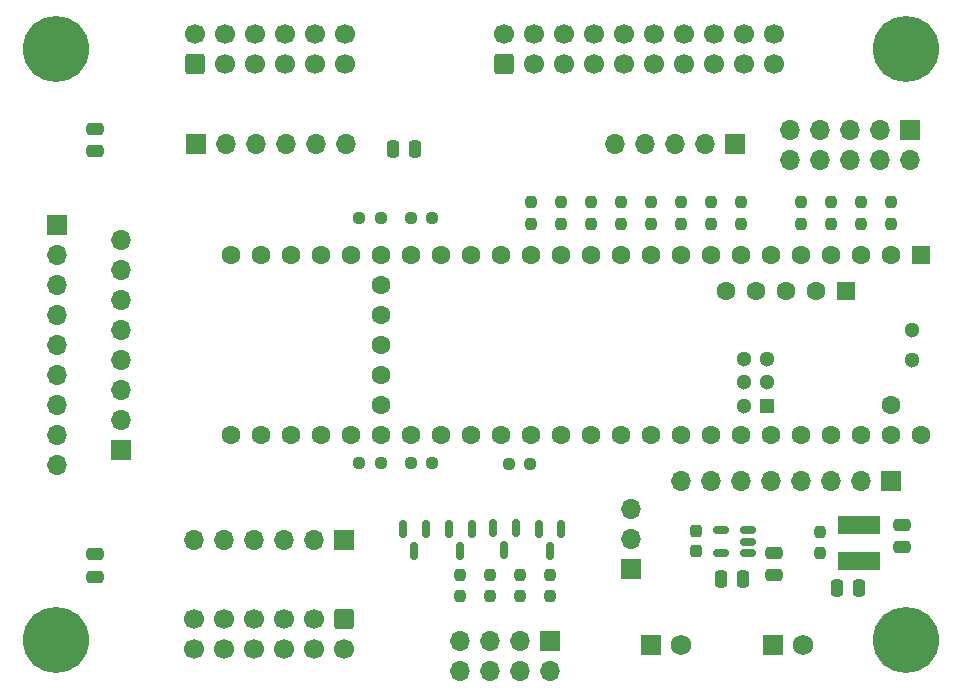
<source format=gbr>
%TF.GenerationSoftware,KiCad,Pcbnew,8.0.6-1.fc40*%
%TF.CreationDate,2024-12-19T20:54:17-05:00*%
%TF.ProjectId,Controller_T41,436f6e74-726f-46c6-9c65-725f5434312e,rev?*%
%TF.SameCoordinates,Original*%
%TF.FileFunction,Soldermask,Top*%
%TF.FilePolarity,Negative*%
%FSLAX46Y46*%
G04 Gerber Fmt 4.6, Leading zero omitted, Abs format (unit mm)*
G04 Created by KiCad (PCBNEW 8.0.6-1.fc40) date 2024-12-19 20:54:17*
%MOMM*%
%LPD*%
G01*
G04 APERTURE LIST*
G04 Aperture macros list*
%AMRoundRect*
0 Rectangle with rounded corners*
0 $1 Rounding radius*
0 $2 $3 $4 $5 $6 $7 $8 $9 X,Y pos of 4 corners*
0 Add a 4 corners polygon primitive as box body*
4,1,4,$2,$3,$4,$5,$6,$7,$8,$9,$2,$3,0*
0 Add four circle primitives for the rounded corners*
1,1,$1+$1,$2,$3*
1,1,$1+$1,$4,$5*
1,1,$1+$1,$6,$7*
1,1,$1+$1,$8,$9*
0 Add four rect primitives between the rounded corners*
20,1,$1+$1,$2,$3,$4,$5,0*
20,1,$1+$1,$4,$5,$6,$7,0*
20,1,$1+$1,$6,$7,$8,$9,0*
20,1,$1+$1,$8,$9,$2,$3,0*%
G04 Aperture macros list end*
%ADD10RoundRect,0.250000X0.600000X-0.600000X0.600000X0.600000X-0.600000X0.600000X-0.600000X-0.600000X0*%
%ADD11C,1.700000*%
%ADD12RoundRect,0.237500X-0.237500X0.250000X-0.237500X-0.250000X0.237500X-0.250000X0.237500X0.250000X0*%
%ADD13R,1.755000X1.755000*%
%ADD14C,1.755000*%
%ADD15RoundRect,0.250000X-0.475000X0.250000X-0.475000X-0.250000X0.475000X-0.250000X0.475000X0.250000X0*%
%ADD16RoundRect,0.237500X-0.250000X-0.237500X0.250000X-0.237500X0.250000X0.237500X-0.250000X0.237500X0*%
%ADD17RoundRect,0.250000X-0.600000X0.600000X-0.600000X-0.600000X0.600000X-0.600000X0.600000X0.600000X0*%
%ADD18RoundRect,0.237500X-0.237500X0.300000X-0.237500X-0.300000X0.237500X-0.300000X0.237500X0.300000X0*%
%ADD19R,1.700000X1.700000*%
%ADD20O,1.700000X1.700000*%
%ADD21RoundRect,0.237500X0.250000X0.237500X-0.250000X0.237500X-0.250000X-0.237500X0.250000X-0.237500X0*%
%ADD22C,3.600000*%
%ADD23C,5.600000*%
%ADD24R,1.600000X1.600000*%
%ADD25C,1.600000*%
%ADD26R,1.300000X1.300000*%
%ADD27C,1.300000*%
%ADD28RoundRect,0.237500X0.237500X-0.250000X0.237500X0.250000X-0.237500X0.250000X-0.237500X-0.250000X0*%
%ADD29R,3.600000X1.500000*%
%ADD30RoundRect,0.150000X-0.150000X0.587500X-0.150000X-0.587500X0.150000X-0.587500X0.150000X0.587500X0*%
%ADD31RoundRect,0.250000X-0.250000X-0.475000X0.250000X-0.475000X0.250000X0.475000X-0.250000X0.475000X0*%
%ADD32RoundRect,0.250000X0.250000X0.475000X-0.250000X0.475000X-0.250000X-0.475000X0.250000X-0.475000X0*%
%ADD33RoundRect,0.150000X0.512500X0.150000X-0.512500X0.150000X-0.512500X-0.150000X0.512500X-0.150000X0*%
G04 APERTURE END LIST*
D10*
%TO.C,J4*%
X143890000Y-76250000D03*
D11*
X143890000Y-73710000D03*
X146430000Y-76250000D03*
X146430000Y-73710000D03*
X148970000Y-76250000D03*
X148970000Y-73710000D03*
X151510000Y-76250000D03*
X151510000Y-73710000D03*
X154050000Y-76250000D03*
X154050000Y-73710000D03*
X156590000Y-76250000D03*
X156590000Y-73710000D03*
X159130000Y-76250000D03*
X159130000Y-73710000D03*
X161670000Y-76250000D03*
X161670000Y-73710000D03*
X164210000Y-76250000D03*
X164210000Y-73710000D03*
X166750000Y-76250000D03*
X166750000Y-73710000D03*
%TD*%
D12*
%TO.C,R4*%
X171590000Y-87937500D03*
X171590000Y-89762500D03*
%TD*%
%TO.C,R8*%
X158890000Y-87937500D03*
X158890000Y-89762500D03*
%TD*%
D13*
%TO.C,J2*%
X156390000Y-125440000D03*
D14*
X158930000Y-125440000D03*
%TD*%
D15*
%TO.C,C1*%
X109280000Y-117770000D03*
X109280000Y-119670000D03*
%TD*%
D16*
%TO.C,R16*%
X131677500Y-89300000D03*
X133502500Y-89300000D03*
%TD*%
D17*
%TO.C,J8*%
X130400000Y-123250000D03*
D11*
X130400000Y-125790000D03*
X127860000Y-123250000D03*
X127860000Y-125790000D03*
X125320000Y-123250000D03*
X125320000Y-125790000D03*
X122780000Y-123250000D03*
X122780000Y-125790000D03*
X120240000Y-123250000D03*
X120240000Y-125790000D03*
X117700000Y-123250000D03*
X117700000Y-125790000D03*
%TD*%
D12*
%TO.C,R5*%
X169050000Y-87937500D03*
X169050000Y-89762500D03*
%TD*%
D18*
%TO.C,C8*%
X160160000Y-115747500D03*
X160160000Y-117472500D03*
%TD*%
D15*
%TO.C,C3*%
X109280000Y-81710000D03*
X109280000Y-83610000D03*
%TD*%
D19*
%TO.C,J12*%
X111480000Y-108900000D03*
D20*
X111480000Y-106360000D03*
X111480000Y-103820000D03*
X111480000Y-101280000D03*
X111480000Y-98740000D03*
X111480000Y-96200000D03*
X111480000Y-93660000D03*
X111480000Y-91120000D03*
%TD*%
D12*
%TO.C,R6*%
X163970000Y-87937500D03*
X163970000Y-89762500D03*
%TD*%
D21*
%TO.C,R17*%
X137852500Y-110040000D03*
X136027500Y-110040000D03*
%TD*%
D22*
%TO.C,H1*%
X178000000Y-125000000D03*
D23*
X178000000Y-125000000D03*
%TD*%
D24*
%TO.C,U2*%
X179210000Y-92380000D03*
D25*
X176670000Y-92380000D03*
X174130000Y-92380000D03*
X171590000Y-92380000D03*
X169050000Y-92380000D03*
X166510000Y-92380000D03*
X163970000Y-92380000D03*
X161430000Y-92380000D03*
X158890000Y-92380000D03*
X156350000Y-92380000D03*
X153810000Y-92380000D03*
X151270000Y-92380000D03*
X148730000Y-92380000D03*
X146190000Y-92380000D03*
X143650000Y-92380000D03*
X141110000Y-92380000D03*
X138570000Y-92380000D03*
X136030000Y-92380000D03*
X133490000Y-92380000D03*
X130950000Y-92380000D03*
X128410000Y-92380000D03*
X125870000Y-92380000D03*
X123330000Y-92380000D03*
X120790000Y-92380000D03*
X120790000Y-107620000D03*
X123330000Y-107620000D03*
X125870000Y-107620000D03*
X128410000Y-107620000D03*
X130950000Y-107620000D03*
X133490000Y-107620000D03*
X136030000Y-107620000D03*
X138570000Y-107620000D03*
X141110000Y-107620000D03*
X143650000Y-107620000D03*
X146190000Y-107620000D03*
X148730000Y-107620000D03*
X151270000Y-107620000D03*
X153810000Y-107620000D03*
X156350000Y-107620000D03*
X158890000Y-107620000D03*
X161430000Y-107620000D03*
X163970000Y-107620000D03*
X166510000Y-107620000D03*
X169050000Y-107620000D03*
X171590000Y-107620000D03*
X174130000Y-107620000D03*
X176670000Y-107620000D03*
X179210000Y-107620000D03*
X176670000Y-105080000D03*
X133490000Y-94920000D03*
X133490000Y-97460000D03*
X133490000Y-100000000D03*
X133490000Y-102540000D03*
X133490000Y-105080000D03*
D24*
X172910800Y-95430800D03*
D25*
X170370800Y-95430800D03*
X167830800Y-95430800D03*
X165290800Y-95430800D03*
X162750800Y-95430800D03*
D26*
X166240000Y-105181600D03*
D27*
X166240000Y-103181600D03*
X166240000Y-101181600D03*
X164240000Y-101181600D03*
X164240000Y-103181600D03*
X164240000Y-105181600D03*
X178480000Y-101270000D03*
X178480000Y-98730000D03*
%TD*%
D22*
%TO.C,H4*%
X106000000Y-75000000D03*
D23*
X106000000Y-75000000D03*
%TD*%
D28*
%TO.C,R19*%
X147800000Y-121300000D03*
X147800000Y-119475000D03*
%TD*%
D12*
%TO.C,R7*%
X161430000Y-87937500D03*
X161430000Y-89762500D03*
%TD*%
D29*
%TO.C,L1*%
X174000000Y-115250000D03*
X174000000Y-118300000D03*
%TD*%
D30*
%TO.C,D2*%
X144912500Y-115552500D03*
X143012500Y-115552500D03*
X143962500Y-117427500D03*
%TD*%
D12*
%TO.C,R10*%
X153810000Y-87937500D03*
X153810000Y-89762500D03*
%TD*%
D19*
%TO.C,J13*%
X176670000Y-111550000D03*
D20*
X174130000Y-111550000D03*
X171590000Y-111550000D03*
X169050000Y-111550000D03*
X166510000Y-111550000D03*
X163970000Y-111550000D03*
X161430000Y-111550000D03*
X158890000Y-111550000D03*
%TD*%
D21*
%TO.C,R15*%
X137855200Y-89300000D03*
X136030200Y-89300000D03*
%TD*%
D30*
%TO.C,D4*%
X137292500Y-115608200D03*
X135392500Y-115608200D03*
X136342500Y-117483200D03*
%TD*%
D12*
%TO.C,R12*%
X148730000Y-87937500D03*
X148730000Y-89762500D03*
%TD*%
D19*
%TO.C,J10*%
X147800000Y-125125000D03*
D20*
X147800000Y-127665000D03*
X145260000Y-125125000D03*
X145260000Y-127665000D03*
X142720000Y-125125000D03*
X142720000Y-127665000D03*
X140180000Y-125125000D03*
X140180000Y-127665000D03*
%TD*%
D28*
%TO.C,R20*%
X145260000Y-121300000D03*
X145260000Y-119475000D03*
%TD*%
D12*
%TO.C,R2*%
X176670000Y-87937500D03*
X176670000Y-89762500D03*
%TD*%
D13*
%TO.C,J1*%
X166690000Y-125440000D03*
D14*
X169230000Y-125440000D03*
%TD*%
D12*
%TO.C,R9*%
X156350000Y-87937500D03*
X156350000Y-89762500D03*
%TD*%
D19*
%TO.C,J11*%
X106080000Y-89840000D03*
D20*
X106080000Y-92380000D03*
X106080000Y-94920000D03*
X106080000Y-97460000D03*
X106080000Y-100000000D03*
X106080000Y-102540000D03*
X106080000Y-105080000D03*
X106080000Y-107620000D03*
X106080000Y-110160000D03*
%TD*%
D16*
%TO.C,R18*%
X131667500Y-110040000D03*
X133492500Y-110040000D03*
%TD*%
D28*
%TO.C,R22*%
X140180000Y-121300000D03*
X140180000Y-119475000D03*
%TD*%
D12*
%TO.C,R1*%
X170700000Y-115862500D03*
X170700000Y-117687500D03*
%TD*%
D19*
%TO.C,J7*%
X117830000Y-83000000D03*
D20*
X120370000Y-83000000D03*
X122910000Y-83000000D03*
X125450000Y-83000000D03*
X127990000Y-83000000D03*
X130530000Y-83000000D03*
%TD*%
D12*
%TO.C,R13*%
X146190000Y-87937500D03*
X146190000Y-89762500D03*
%TD*%
%TO.C,R11*%
X151270000Y-87937500D03*
X151270000Y-89762500D03*
%TD*%
%TO.C,R3*%
X174130000Y-87937500D03*
X174130000Y-89762500D03*
%TD*%
D22*
%TO.C,H3*%
X106000000Y-125000000D03*
D23*
X106000000Y-125000000D03*
%TD*%
D19*
%TO.C,J5*%
X163455000Y-83000000D03*
D20*
X160915000Y-83000000D03*
X158375000Y-83000000D03*
X155835000Y-83000000D03*
X153295000Y-83000000D03*
%TD*%
D19*
%TO.C,J9*%
X130420000Y-116510000D03*
D20*
X127880000Y-116510000D03*
X125340000Y-116510000D03*
X122800000Y-116510000D03*
X120260000Y-116510000D03*
X117720000Y-116510000D03*
%TD*%
D15*
%TO.C,C7*%
X177610000Y-115235000D03*
X177610000Y-117135000D03*
%TD*%
D16*
%TO.C,R14*%
X144347500Y-110100000D03*
X146172500Y-110100000D03*
%TD*%
D19*
%TO.C,JP1*%
X154710000Y-119015000D03*
D20*
X154710000Y-116475000D03*
X154710000Y-113935000D03*
%TD*%
D30*
%TO.C,D1*%
X148770000Y-115610000D03*
X146870000Y-115610000D03*
X147820000Y-117485000D03*
%TD*%
D22*
%TO.C,H2*%
X178000000Y-75000000D03*
D23*
X178000000Y-75000000D03*
%TD*%
D28*
%TO.C,R21*%
X142720000Y-121300000D03*
X142720000Y-119475000D03*
%TD*%
D31*
%TO.C,C2*%
X162302500Y-119850000D03*
X164202500Y-119850000D03*
%TD*%
D32*
%TO.C,C6*%
X174000000Y-120615000D03*
X172100000Y-120615000D03*
%TD*%
D10*
%TO.C,J6*%
X117810000Y-76250000D03*
D11*
X117810000Y-73710000D03*
X120350000Y-76250000D03*
X120350000Y-73710000D03*
X122890000Y-76250000D03*
X122890000Y-73710000D03*
X125430000Y-76250000D03*
X125430000Y-73710000D03*
X127970000Y-76250000D03*
X127970000Y-73710000D03*
X130510000Y-76250000D03*
X130510000Y-73710000D03*
%TD*%
D30*
%TO.C,D3*%
X141190000Y-115610000D03*
X139290000Y-115610000D03*
X140240000Y-117485000D03*
%TD*%
D31*
%TO.C,C4*%
X134520000Y-83480000D03*
X136420000Y-83480000D03*
%TD*%
D19*
%TO.C,J3*%
X178280000Y-81860000D03*
D20*
X178280000Y-84400000D03*
X175740000Y-81860000D03*
X175740000Y-84400000D03*
X173200000Y-81860000D03*
X173200000Y-84400000D03*
X170660000Y-81860000D03*
X170660000Y-84400000D03*
X168120000Y-81860000D03*
X168120000Y-84400000D03*
%TD*%
D33*
%TO.C,U3*%
X164577500Y-117640000D03*
X164577500Y-116690000D03*
X164577500Y-115740000D03*
X162302500Y-115740000D03*
X162302500Y-117640000D03*
%TD*%
D15*
%TO.C,C5*%
X166780000Y-117640000D03*
X166780000Y-119540000D03*
%TD*%
M02*

</source>
